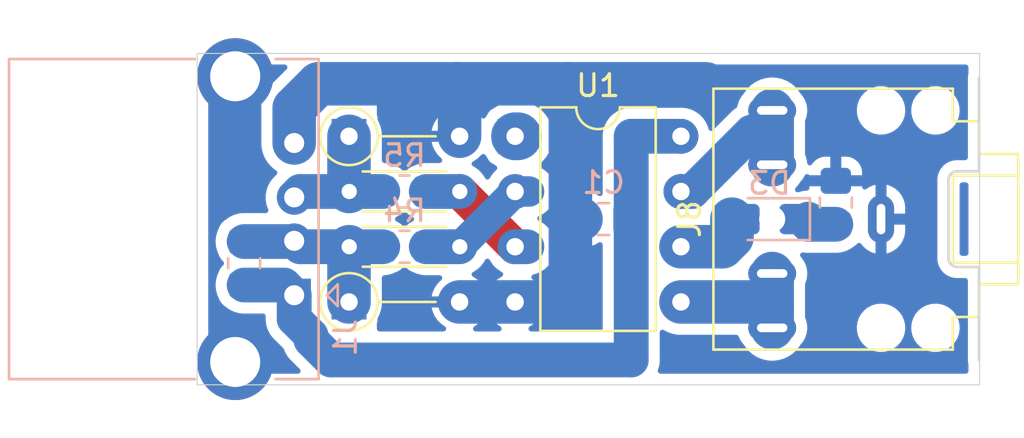
<source format=kicad_pcb>
(kicad_pcb (version 20211014) (generator pcbnew)
  (layers (0 "F.Cu" signal) (31 "B.Cu" signal) (34 "B.Paste" user) (35 "F.Paste" user) (36 "B.SilkS" user "B.Silkscreen") (37 "F.SilkS" user "F.Silkscreen") (38 "B.Mask" user) (39 "F.Mask" user) (44 "Edge.Cuts" user))
  (net 0 "")
  (net 1 "/USB_M")
  (net 2 "/PB3")
  (net 3 "/PB4")
  (net 4 "/PB0")
  (net 5 "/GND")
  (net 6 "/USB_P")
  (net 7 "/VCC")
  (net 8 "/PB2")
  (net 9 "/PB1")
  (net 10 "/PB5")
  (net 11 "/SHIELD")
  (net 12 "Net-(D3-Pad1)")
  (footprint "Resistor_THT:R_Axial_DIN0204_L3.6mm_D1.6mm_P5.08mm_Horizontal" (layer "F.Cu") (at 91.11 101.27 180)
    (fp_text reference "R1" hide)
    (fp_text value "68" hide)
    (fp_line (start 0.62 0.92) (end 4.46 0.92) (layer "F.SilkS") (width 0.12))
    (fp_line (start 0.62 -0.92) (end 4.46 -0.92) (layer "F.SilkS") (width 0.12))
    (pad "1" thru_hole circle (at 0 0 180) (size 1.4 1.4) (drill 0.7) (layers *.Cu *.Mask) (net 2 "/PB3"))
    (pad "2" thru_hole oval (at 5.08 0 180) (size 1.4 1.4) (drill 0.7) (layers *.Cu *.Mask) (net 1 "/USB_M"))
  )
  (footprint "Resistor_THT:R_Axial_DIN0204_L3.6mm_D1.6mm_P5.08mm_Horizontal" (layer "F.Cu") (at 91.11 98.73 180)
    (fp_text reference "R2" hide)
    (fp_text value "68" hide)
    (fp_line (start 0.62 -0.92) (end 4.46 -0.92) (layer "F.SilkS") (width 0.12))
    (fp_line (start 0.62 0.92) (end 4.46 0.92) (layer "F.SilkS") (width 0.12))
    (pad "1" thru_hole circle (at 0 0 180) (size 1.4 1.4) (drill 0.7) (layers *.Cu *.Mask) (net 3 "/PB4"))
    (pad "2" thru_hole oval (at 5.08 0 180) (size 1.4 1.4) (drill 0.7) (layers *.Cu *.Mask) (net 6 "/USB_P"))
  )
  (footprint "Diode_THT:D_DO-35_SOD27_P5.08mm_Vertical_AnodeUp" (layer "F.Cu") (at 86.02 103.81)
    (fp_text reference "D1" hide)
    (fp_text value "3.6V" hide)
    (fp_line (start 1.326371 0) (end 3.98 0) (layer "F.SilkS") (width 0.12))
    (fp_circle (center 0 0) (end 1.326371 0) (layer "F.SilkS") (width 0.12) (fill none))
    (pad "1" thru_hole rect (at 0 0) (size 1.6 1.6) (drill 0.8) (layers *.Cu *.Mask) (net 1 "/USB_M"))
    (pad "2" thru_hole oval (at 5.08 0) (size 1.6 1.6) (drill 0.8) (layers *.Cu *.Mask) (net 5 "/GND"))
  )
  (footprint "Diode_THT:D_DO-35_SOD27_P5.08mm_Vertical_AnodeUp" (layer "F.Cu") (at 86.02 96.19)
    (fp_text reference "D2" hide)
    (fp_text value "3.6V" hide)
    (fp_line (start 1.326371 0) (end 3.98 0) (layer "F.SilkS") (width 0.12))
    (fp_circle (center 0 0) (end 1.326371 0) (layer "F.SilkS") (width 0.12) (fill none))
    (pad "1" thru_hole rect (at 0 0) (size 1.6 1.6) (drill 0.8) (layers *.Cu *.Mask) (net 6 "/USB_P"))
    (pad "2" thru_hole oval (at 5.08 0) (size 1.6 1.6) (drill 0.8) (layers *.Cu *.Mask) (net 5 "/GND"))
  )
  (footprint "Package_DIP:DIP-8_W7.62mm" (layer "F.Cu") (at 93.65 96.19)
    (fp_text reference "U1" (at 3.81 -2.33) (layer "F.SilkS"))
    (fp_text value "ATtiny85-20PU" hide)
    (fp_line (start 6.46 -1.33) (end 4.81 -1.33) (layer "F.SilkS") (width 0.12))
    (fp_line (start 6.46 8.95) (end 6.46 -1.33) (layer "F.SilkS") (width 0.12))
    (fp_line (start 2.81 -1.33) (end 1.16 -1.33) (layer "F.SilkS") (width 0.12))
    (fp_line (start 1.16 -1.33) (end 1.16 8.95) (layer "F.SilkS") (width 0.12))
    (fp_line (start 1.16 8.95) (end 6.46 8.95) (layer "F.SilkS") (width 0.12))
    (fp_arc (start 4.81 -1.33) (mid 3.81 -0.33) (end 2.81 -1.33) (layer "F.SilkS") (width 0.12))
    (pad "1" thru_hole rect locked (at 0 0) (size 1.6 1.6) (drill 0.8) (layers *.Cu *.Mask) (net 10 "/PB5"))
    (pad "2" thru_hole oval locked (at 0 2.54) (size 1.6 1.6) (drill 0.8) (layers *.Cu *.Mask) (net 2 "/PB3"))
    (pad "3" thru_hole oval locked (at 0 5.08) (size 1.6 1.6) (drill 0.8) (layers *.Cu *.Mask) (net 3 "/PB4"))
    (pad "4" thru_hole oval locked (at 0 7.62) (size 1.6 1.6) (drill 0.8) (layers *.Cu *.Mask) (net 5 "/GND"))
    (pad "5" thru_hole oval locked (at 7.62 7.62) (size 1.6 1.6) (drill 0.8) (layers *.Cu *.Mask) (net 4 "/PB0"))
    (pad "6" thru_hole oval locked (at 7.62 5.08) (size 1.6 1.6) (drill 0.8) (layers *.Cu *.Mask) (net 9 "/PB1"))
    (pad "7" thru_hole oval locked (at 7.62 2.54) (size 1.6 1.6) (drill 0.8) (layers *.Cu *.Mask) (net 8 "/PB2"))
    (pad "8" thru_hole oval locked (at 7.62 0) (size 1.6 1.6) (drill 0.8) (layers *.Cu *.Mask) (net 7 "/VCC"))
  )
  (footprint "Connector_Audio:Jack_3.5mm_CUI_SJ1-3525N_Horizontal" (layer "F.Cu") (at 110.46 100 90)
    (fp_text reference "J8" (at 0 -8.8 90) (layer "F.SilkS"))
    (fp_text value "AudioJack2_Ground_Switch")
    (fp_line (start -3 4.5) (end -4.5 4.5) (layer "F.SilkS") (width 0.12))
    (fp_line (start -4.5 4.5) (end -4.5 3.3) (layer "F.SilkS") (width 0.12))
    (fp_line (start -2 3.3) (end -2 6.3) (layer "F.SilkS") (width 0.12))
    (fp_line (start 2 3.3) (end -2 3.3) (layer "F.SilkS") (width 0.12))
    (fp_line (start 6 -7.7) (end 6 3.3) (layer "F.SilkS") (width 0.12))
    (fp_line (start 3 4.5) (end 3 6.3) (layer "F.SilkS") (width 0.12))
    (fp_line (start 2 6.3) (end 2 3.3) (layer "F.SilkS") (width 0.12))
    (fp_line (start -6 3.3) (end -6 -7.7) (layer "F.SilkS") (width 0.12))
    (fp_line (start 3 6.3) (end -3 6.3) (layer "F.SilkS") (width 0.12))
    (fp_line (start -3 6.3) (end -3 4.5) (layer "F.SilkS") (width 0.12))
    (fp_line (start 4.5 3.3) (end 4.5 4.5) (layer "F.SilkS") (width 0.12))
    (fp_line (start 4.5 4.5) (end 3 4.5) (layer "F.SilkS") (width 0.12))
    (fp_line (start -6 -7.7) (end 6 -7.7) (layer "F.SilkS") (width 0.12))
    (fp_line (start 6 3.3) (end 4.5 3.3) (layer "F.SilkS") (width 0.12))
    (fp_line (start -4.5 3.3) (end -6 3.3) (layer "F.SilkS") (width 0.12))
    (fp_line (start -2.2 3.5) (end -2.2 4.5) (layer "Edge.Cuts") (width 0.12))
    (fp_line (start 2.2 4.5) (end 6.5 4.5) (layer "Edge.Cuts") (width 0.12))
    (fp_line (start -2.2 4.5) (end -6.5 4.5) (layer "Edge.Cuts") (width 0.12))
    (fp_line (start 1.8 3.1) (end -1.8 3.1) (layer "Edge.Cuts") (width 0.12))
    (fp_line (start 2.2 3.5) (end 2.2 4.5) (layer "Edge.Cuts") (width 0.12))
    (fp_arc (start -2.2 3.5) (mid -2.082842 3.217158) (end -1.8 3.1) (layer "Edge.Cuts") (width 0.12))
    (fp_arc (start 1.8 3.1) (mid 2.082843 3.217157) (end 2.2 3.5) (layer "Edge.Cuts") (width 0.12))
    (pad "" np_thru_hole circle (at 5 2.5 90) (size 1.2 1.2) (drill 1.2) (layers *.Cu))
    (pad "" np_thru_hole circle (at 5 0 90) (size 1.2 1.2) (drill 1.2) (layers *.Cu))
    (pad "" np_thru_hole circle (at -5 2.5 90) (size 1.2 1.2) (drill 1.2) (layers *.Cu))
    (pad "" np_thru_hole circle (at -5 0 90) (size 1.2 1.2) (drill 1.2) (layers *.Cu))
    (pad "" np_thru_hole circle (at 0 -5 90) (size 1.2 1.2) (drill 1.2) (layers *.Cu))
    (pad "R" thru_hole oval (at -5 -5 90) (size 1.2 2.2) (drill oval 0.4 1.4) (layers *.Cu *.Mask) (net 4 "/PB0"))
    (pad "RN" thru_hole oval (at -2.5 -5 90) (size 1.2 2.2) (drill oval 0.4 1.4) (layers *.Cu *.Mask) (net 4 "/PB0"))
    (pad "S" thru_hole oval (at 0 0 90) (size 2.2 1.2) (drill oval 1.4 0.4) (layers *.Cu *.Mask) (net 5 "/GND"))
    (pad "T" thru_hole oval (at 5 -5 270) (size 1.2 2.2) (drill oval 0.4 1.4) (layers *.Cu *.Mask) (net 8 "/PB2"))
    (pad "TN" thru_hole oval (at 2.5 -5 270) (size 1.2 2.2) (drill oval 0.4 1.4) (layers *.Cu *.Mask) (net 8 "/PB2"))
  )
  (footprint "Resistor_SMD:R_0805_2012Metric_Pad1.20x1.40mm_HandSolder" (layer "B.Cu") (at 81.204 102.032 90)
    (fp_text reference "R3" hide)
    (fp_text value "2.2K" hide)
    (fp_line (start -0.227064 0.735) (end 0.227064 0.735) (layer "B.SilkS") (width 0.12))
    (fp_line (start -0.227064 -0.735) (end 0.227064 -0.735) (layer "B.SilkS") (width 0.12))
    (pad "1" smd roundrect locked (at -1 0 90) (size 1.2 1.4) (layers "B.Cu" "B.Paste" "B.Mask") (roundrect_rratio 0.2083333333) (net 7 "/VCC"))
    (pad "2" smd roundrect locked (at 1 0 90) (size 1.2 1.4) (layers "B.Cu" "B.Paste" "B.Mask") (roundrect_rratio 0.2083333333) (net 1 "/USB_M"))
  )
  (footprint "Capacitor_SMD:C_0805_2012Metric_Pad1.18x1.45mm_HandSolder" (layer "B.Cu") (at 97.714 100 180)
    (fp_text reference "C1" (at 0 1.68) (layer "B.SilkS") (effects (justify mirror)))
    (fp_text value "0.1")
    (fp_line (start -0.261252 0.735) (end 0.261252 0.735) (layer "B.SilkS") (width 0.12))
    (fp_line (start -0.261252 -0.735) (end 0.261252 -0.735) (layer "B.SilkS") (width 0.12))
    (pad "1" smd roundrect locked (at -1.0375 0 180) (size 1.175 1.45) (layers "B.Cu" "B.Paste" "B.Mask") (roundrect_rratio 0.2127659574) (net 7 "/VCC"))
    (pad "2" smd roundrect locked (at 1.0375 0 180) (size 1.175 1.45) (layers "B.Cu" "B.Paste" "B.Mask") (roundrect_rratio 0.2127659574) (net 5 "/GND"))
  )
  (footprint "Connector_USB:USB_A_CONNFLY_DS1095-WNR0" (layer "B.Cu") (at 83.5025 103.5 90)
    (fp_text reference "J1" (at -1.95 2.35 90) (layer "B.SilkS") (effects (justify mirror)))
    (fp_text value "USB_A")
    (fp_line (start -3.86 1.12) (end -3.86 -0.86) (layer "B.SilkS") (width 0.12))
    (fp_line (start 0.5 2) (end -0.5 2) (layer "B.SilkS") (width 0.12))
    (fp_line (start -3.86 1.12) (end 10.86 1.12) (layer "B.SilkS") (width 0.12))
    (fp_line (start 0 1.5) (end 0.5 2) (layer "B.SilkS") (width 0.12))
    (fp_line (start -3.86 -4.56) (end -3.86 -13.1) (layer "B.SilkS") (width 0.12))
    (fp_line (start -0.5 2) (end 0 1.5) (layer "B.SilkS") (width 0.12))
    (fp_line (start -3.86 -13.1) (end 10.86 -13.1) (layer "B.SilkS") (width 0.12))
    (fp_line (start 10.86 -0.86) (end 10.86 1.12) (layer "B.SilkS") (width 0.12))
    (fp_line (start 10.86 -4.56) (end 10.86 -13.1) (layer "B.SilkS") (width 0.12))
    (pad "1" thru_hole rect (at 0 0 90) (size 1.524 1.524) (drill 0.92) (layers *.Cu *.Mask) (net 7 "/VCC"))
    (pad "2" thru_hole circle (at 2.5 0 90) (size 1.524 1.524) (drill 0.92) (layers *.Cu *.Mask) (net 1 "/USB_M"))
    (pad "3" thru_hole circle (at 4.5 0 90) (size 1.524 1.524) (drill 0.92) (layers *.Cu *.Mask) (net 6 "/USB_P"))
    (pad "4" thru_hole circle (at 7 0 90) (size 1.524 1.524) (drill 0.92) (layers *.Cu *.Mask) (net 5 "/GND"))
    (pad "5" thru_hole circle (at 10.07 -2.71 90) (size 3.5 3.5) (drill 2.3) (layers *.Cu *.Mask) (net 11 "/SHIELD"))
    (pad "5" thru_hole circle (at -3.07 -2.71 90) (size 3.5 3.5) (drill 2.3) (layers *.Cu *.Mask) (net 11 "/SHIELD"))
  )
  (footprint "Resistor_SMD:R_0805_2012Metric_Pad1.20x1.40mm_HandSolder" (layer "B.Cu") (at 108.382 99.238 90)
    (fp_text reference "R6" hide)
    (fp_text value "68" hide)
    (fp_line (start -0.227064 -0.735) (end 0.227064 -0.735) (layer "B.SilkS") (width 0.12))
    (fp_line (start -0.227064 0.735) (end 0.227064 0.735) (layer "B.SilkS") (width 0.12))
    (pad "1" smd roundrect (at -1 0 90) (size 1.2 1.4) (layers "B.Cu" "B.Paste" "B.Mask") (roundrect_rratio 0.208333) (net 12 "Net-(D3-Pad1)"))
    (pad "2" smd roundrect (at 1 0 90) (size 1.2 1.4) (layers "B.Cu" "B.Paste" "B.Mask") (roundrect_rratio 0.208333) (net 5 "/GND"))
  )
  (footprint "Resistor_SMD:R_0805_2012Metric_Pad1.20x1.40mm_HandSolder" (layer "B.Cu") (at 88.57 98.73 180)
    (fp_text reference "R5" (at 0 1.65) (layer "B.SilkS") (effects (justify mirror)))
    (fp_text value "68")
    (fp_line (start -0.227064 0.735) (end 0.227064 0.735) (layer "B.SilkS") (width 0.12))
    (fp_line (start -0.227064 -0.735) (end 0.227064 -0.735) (layer "B.SilkS") (width 0.12))
    (pad "1" smd roundrect (at -1 0 180) (size 1.2 1.4) (layers "B.Cu" "B.Paste" "B.Mask") (roundrect_rratio 0.208333) (net 3 "/PB4"))
    (pad "2" smd roundrect (at 1 0 180) (size 1.2 1.4) (layers "B.Cu" "B.Paste" "B.Mask") (roundrect_rratio 0.208333) (net 6 "/USB_P"))
  )
  (footprint "LED_SMD:LED_0805_2012Metric_Pad1.15x1.40mm_HandSolder" (layer "B.Cu") (at 105.334 100 180)
    (fp_text reference "D3" (at 0 1.65) (layer "B.SilkS") (effects (justify mirror)))
    (fp_text value "LED")
    (fp_line (start -1.86 0.96) (end -1.86 -0.96) (layer "B.SilkS") (width 0.12))
    (fp_line (start -1.86 -0.96) (end 1 -0.96) (layer "B.SilkS") (width 0.12))
    (fp_line (start 1 0.96) (end -1.86 0.96) (layer "B.SilkS") (width 0.12))
    (pad "1" smd roundrect (at -1.025 0 180) (size 1.15 1.4) (layers "B.Cu" "B.Paste" "B.Mask") (roundrect_rratio 0.217391) (net 12 "Net-(D3-Pad1)"))
    (pad "2" smd roundrect (at 1.025 0 180) (size 1.15 1.4) (layers "B.Cu" "B.Paste" "B.Mask") (roundrect_rratio 0.217391) (net 9 "/PB1"))
  )
  (footprint "Resistor_SMD:R_0805_2012Metric_Pad1.20x1.40mm_HandSolder" (layer "B.Cu") (at 88.57 101.27 180)
    (fp_text reference "R4" (at 0 1.65) (layer "B.SilkS") (effects (justify mirror)))
    (fp_text value "68")
    (fp_line (start -0.227064 0.735) (end 0.227064 0.735) (layer "B.SilkS") (width 0.12))
    (fp_line (start -0.227064 -0.735) (end 0.227064 -0.735) (layer "B.SilkS") (width 0.12))
    (pad "1" smd roundrect (at -1 0 180) (size 1.2 1.4) (layers "B.Cu" "B.Paste" "B.Mask") (roundrect_rratio 0.208333) (net 2 "/PB3"))
    (pad "2" smd roundrect (at 1 0 180) (size 1.2 1.4) (layers "B.Cu" "B.Paste" "B.Mask") (roundrect_rratio 0.208333) (net 1 "/USB_M"))
  )
  (gr_line (start 79.045 92.38) (end 79.045 107.62) (layer "Edge.Cuts") (width 0.05))
  (gr_line (start 114.986 92.38) (end 114.986 107.62) (layer "Edge.Cuts") (width 0.05))
  (gr_line (start 79.045 92.38) (end 114.986 92.38) (layer "Edge.Cuts") (width 0.05))
  (gr_line (start 79.045 107.62) (end 114.986 107.62) (layer "Edge.Cuts") (width 0.05))
  (segment (start 83.4705 101.032) (end 83.5025 101) (width 1.6) (layer "B.Cu") (net 1))
  (segment (start 83.7725 101.27) (end 83.5025 101) (width 1.6) (layer "B.Cu") (net 1))
  (segment (start 86.02 103.81) (end 86.02 101.28) (width 2) (layer "B.Cu") (net 1))
  (segment (start 81.204 101.032) (end 83.4705 101.032) (width 1.6) (layer "B.Cu") (net 1))
  (segment (start 86.02 101.28) (end 86.03 101.27) (width 2) (layer "B.Cu") (net 1))
  (segment (start 87.57 101.27) (end 86.03 101.27) (width 1.6) (layer "B.Cu") (net 1))
  (segment (start 86.03 101.27) (end 83.7725 101.27) (width 1.6) (layer "B.Cu") (net 1))
  (segment (start 93.65 98.73) (end 94.29048 98.73) (width 1.4) (layer "B.Cu") (net 2))
  (segment (start 89.57 101.27) (end 91.11 101.27) (width 1.6) (layer "B.Cu") (net 2))
  (segment (start 93.65 98.73) (end 91.11 101.27) (width 1.4) (layer "B.Cu") (net 2))
  (segment (start 91.11 98.734894) (end 93.645106 101.27) (width 1.6) (layer "F.Cu") (net 3))
  (segment (start 93.645106 101.27) (end 93.65 101.27) (width 1.6) (layer "F.Cu") (net 3))
  (segment (start 91.11 98.73) (end 91.11 98.734894) (width 1.6) (layer "F.Cu") (net 3))
  (segment (start 93.65 101.27) (end 94.19048 101.27) (width 1.6) (layer "B.Cu") (net 3))
  (segment (start 89.57 98.73) (end 91.11 98.73) (width 1.6) (layer "B.Cu") (net 3))
  (segment (start 105.46 104) (end 105.46 102.5) (width 2) (layer "B.Cu") (net 4))
  (segment (start 101.27 103.81) (end 105.27 103.81) (width 2) (layer "B.Cu") (net 4))
  (segment (start 105.27 103.81) (end 105.46 104) (width 2) (layer "B.Cu") (net 4))
  (segment (start 105.46 105) (end 105.46 104) (width 2) (layer "B.Cu") (net 4))
  (segment (start 91.1 93.894) (end 90.983 93.777) (width 2) (layer "B.Cu") (net 5))
  (segment (start 91.1 96.19) (end 91.1 93.894) (width 2) (layer "B.Cu") (net 5))
  (segment (start 83.5025 94.89124) (end 84.61674 93.777) (width 2) (layer "B.Cu") (net 5))
  (segment (start 84.61674 93.777) (end 90.983 93.777) (width 2) (layer "B.Cu") (net 5))
  (segment (start 96.063 93.777) (end 102.413 93.777) (width 2) (layer "B.Cu") (net 5))
  (segment (start 96.6765 100) (end 96.19 100) (width 2) (layer "B.Cu") (net 5))
  (segment (start 83.5025 96.5) (end 83.5025 94.89124) (width 2) (layer "B.Cu") (net 5))
  (segment (start 93.65 103.81) (end 96.19 103.81) (width 2) (layer "B.Cu") (net 5))
  (segment (start 90.983 93.777) (end 96.063 93.777) (width 2) (layer "B.Cu") (net 5))
  (segment (start 96.19 103.81) (end 96.19 100) (width 2) (layer "B.Cu") (net 5))
  (segment (start 93.65 103.81) (end 91.1 103.81) (width 2) (layer "B.Cu") (net 5))
  (segment (start 96.19 93.904) (end 96.063 93.777) (width 2) (layer "B.Cu") (net 5))
  (segment (start 96.19 100) (end 96.19 93.904) (width 2) (layer "B.Cu") (net 5))
  (segment (start 83.7725 98.73) (end 83.5025 99) (width 1.6) (layer "B.Cu") (net 6))
  (segment (start 86.02 96.19) (end 86.02 98.72) (width 2) (layer "B.Cu") (net 6))
  (segment (start 86.03 98.73) (end 83.7725 98.73) (width 1.6) (layer "B.Cu") (net 6))
  (segment (start 86.02 98.72) (end 86.03 98.73) (width 2) (layer "B.Cu") (net 6))
  (segment (start 87.57 98.73) (end 86.03 98.73) (width 1.6) (layer "B.Cu") (net 6))
  (segment (start 101.27 96.19) (end 98.984 96.19) (width 1.6) (layer "B.Cu") (net 7))
  (segment (start 85.192978 106.477) (end 84.275489 105.559511) (width 1.6) (layer "B.Cu") (net 7))
  (segment (start 84.275489 105.357489) (end 83.5025 104.5845) (width 1.6) (layer "B.Cu") (net 7))
  (segment (start 98.984 96.19) (end 98.984 106.477) (width 1.6) (layer "B.Cu") (net 7))
  (segment (start 81.204 103.032) (end 83.0345 103.032) (width 1.6) (layer "B.Cu") (net 7))
  (segment (start 84.275489 105.559511) (end 84.275489 105.357489) (width 1.6) (layer "B.Cu") (net 7))
  (segment (start 98.984 106.477) (end 85.192978 106.477) (width 1.6) (layer "B.Cu") (net 7))
  (segment (start 83.5025 104.5845) (end 83.5025 103.5) (width 1.6) (layer "B.Cu") (net 7))
  (segment (start 83.0345 103.032) (end 83.5025 103.5) (width 1.6) (layer "B.Cu") (net 7))
  (segment (start 105.46 95) (end 105.46 96) (width 2) (layer "B.Cu") (net 8))
  (segment (start 104.508 96) (end 105.46 96) (width 1.6) (layer "B.Cu") (net 8))
  (segment (start 101.27 98.73) (end 101.778 98.73) (width 1.6) (layer "B.Cu") (net 8))
  (segment (start 101.778 98.73) (end 104.508 96) (width 1.6) (layer "B.Cu") (net 8))
  (segment (start 105.46 96) (end 105.46 97.5) (width 2) (layer "B.Cu") (net 8))
  (segment (start 103.610479 100.834521) (end 103.610479 100) (width 2) (layer "B.Cu") (net 9))
  (segment (start 101.27 101.27) (end 103.175 101.27) (width 2) (layer "B.Cu") (net 9))
  (segment (start 103.175 101.27) (end 103.610479 100.834521) (width 2) (layer "B.Cu") (net 9))
  (segment (start 93.65 96.19) (end 93.777 96.19) (width 2.2) (layer "B.Cu") (net 10))
  (segment (start 80.7925 93.43) (end 80.7925 94.0005) (width 2) (layer "B.Cu") (net 11))
  (segment (start 107.109521 100.238) (end 107.109521 100) (width 1.6) (layer "B.Cu") (net 12))
  (segment (start 108.382 100.238) (end 107.109521 100.238) (width 1.6) (layer "B.Cu") (net 12))
  (zone (net 11) (net_name "/SHIELD") (layer "B.Cu") (connect_pads yes (clearance 0.508)) (min_thickness 0.254) (fill yes (thermal_gap 0.508) (thermal_bridge_width 0.508) (island_removal_mode 1) (island_area_min 0))
    (polygon (pts (xy 85.014 107.62) (xy 79.045 107.62) (xy 79.045 92.38) (xy 85.014 92.38)))
  )
  (zone (net 5) (net_name "/GND") (layer "B.Cu") (connect_pads (clearance 0.508)) (min_thickness 0.254) (fill yes (thermal_gap 0.508) (thermal_bridge_width 0.508) (island_removal_mode 1) (island_area_min 0))
    (polygon (pts (xy 114.986 107.62) (xy 87.3 107.62) (xy 87.3 92.38) (xy 114.986 92.38)))
  )
)
</source>
